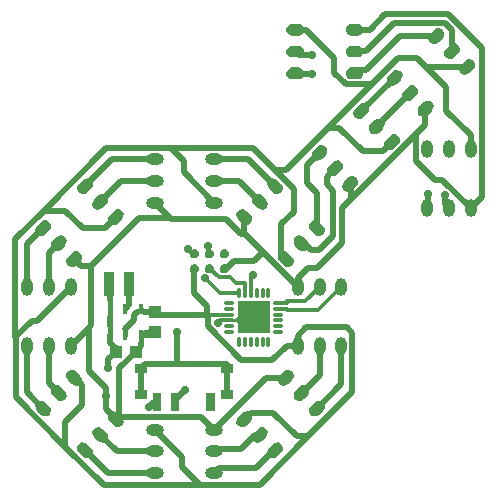
<source format=gtl>
G04 DipTrace 2.4.0.2*
%INmale.gtl*%
%MOMM*%
%ADD13C,0.508*%
%ADD14C,0.4*%
%ADD15C,0.305*%
%ADD16C,0.254*%
%ADD17C,0.28*%
%ADD20R,1.1X1.0*%
%ADD21R,1.0X1.1*%
%ADD22R,0.85X2.0*%
%ADD27O,1.0X0.28*%
%ADD28O,0.28X1.0*%
%ADD29C,0.711*%
%ADD30R,2.7X2.7*%
%ADD32R,0.4X0.9*%
%ADD35O,1.0X1.5*%
%ADD37O,1.5X1.0*%
%ADD38C,0.711*%
%FSLAX53Y53*%
G04*
G71*
G90*
G75*
G01*
%LNTop*%
%LPD*%
X20810Y23492D2*
D13*
Y23756D1*
X20331Y24235D1*
Y24919D1*
D14*
X20340Y24927D1*
Y25631D1*
D13*
Y26423D1*
D14*
Y27127D1*
Y27831D1*
D13*
Y29131D1*
X20285Y29186D1*
X20137Y22105D2*
Y22820D1*
X20810Y23492D1*
X24347Y19217D2*
X24040D1*
X23629Y18806D1*
X36238Y23993D2*
Y24839D1*
X36938Y25540D1*
X40366D1*
X40845Y25061D1*
Y20025D1*
X37141Y16321D1*
X36142D1*
X34146Y18318D1*
X32285D1*
X31714Y17747D1*
X37141Y16321D2*
X33004Y12184D1*
X27933D1*
X26425Y13692D1*
Y14588D1*
X24129Y16884D1*
X27933Y12184D2*
X19794D1*
X16571Y15407D1*
Y17562D1*
X17950Y18940D1*
Y20633D1*
X17300Y21283D1*
X16571Y15407D2*
X12367Y19611D1*
Y24771D1*
X13704Y26108D1*
X14134D1*
X17019Y28993D1*
X12367Y24771D2*
X12284Y24687D1*
Y32992D1*
X14718Y35426D1*
X16571D1*
X18060Y33937D1*
X19900D1*
X20835Y34873D1*
X14718Y35426D2*
X20020Y40728D1*
X25498D1*
X26568Y39658D1*
Y38663D1*
X29129Y36102D1*
X25498Y40728D2*
X32444D1*
X34346Y38825D1*
X35886Y37286D1*
Y35345D1*
X34821Y34280D1*
Y31765D1*
X35250Y31337D1*
X36238Y23993D2*
X35288D1*
X34098Y22802D1*
X31452D1*
X28627Y25627D1*
Y26623D1*
D15*
X30454D1*
X28627D2*
D13*
X24363D1*
X24121Y26865D1*
X23202D1*
D14*
X22940Y27127D1*
X27484Y30492D2*
D13*
Y28426D1*
X28576Y27334D1*
Y26572D1*
X28627Y26623D1*
X21640Y24927D2*
D14*
Y25403D1*
D13*
X22414Y26178D1*
Y26602D1*
X22618Y26806D1*
D14*
X22940Y27127D1*
X34346Y38825D2*
D13*
X35218D1*
X38830Y42438D1*
X39760D1*
X41766Y40432D1*
X43425D1*
X44230Y41237D1*
X38830Y42438D2*
X42518Y46126D1*
X40287D1*
X39317Y47095D1*
Y48369D1*
X36943Y50743D1*
X36018D1*
X42518Y46126D2*
X44751Y48359D1*
X46317D1*
X47100Y47576D1*
X50569D1*
X50594Y47601D1*
X50878Y40641D2*
Y41791D1*
X48812Y43857D1*
Y45863D1*
X47100Y47576D1*
X35250Y21283D2*
X33527D1*
X29129Y16884D1*
X31714Y34872D2*
Y33516D1*
X33297Y31934D1*
X36238Y28993D1*
X31714Y33516D2*
Y33428D1*
X31414D1*
X30136Y34706D1*
X25525D1*
X25460Y34771D1*
X24129Y36102D1*
X25460Y34771D2*
X22799D1*
X18741Y30713D1*
X17924D1*
X17300Y31337D1*
X18741Y30713D2*
Y25715D1*
X18532Y25505D1*
X17019Y23993D1*
X18532Y25505D2*
Y21817D1*
X19966Y20383D1*
Y19741D1*
Y18617D1*
X20835Y17747D1*
Y17942D1*
X28071D1*
X29129Y16884D1*
X22940Y24927D2*
D14*
X23394D1*
D13*
X23884D1*
X24121Y25165D1*
X22940Y24927D2*
D14*
Y24223D1*
D13*
Y23922D1*
X22510Y23492D1*
Y23487D1*
X21080Y22058D1*
Y17992D1*
X20835Y17747D1*
X30024Y30492D2*
X30127D1*
X30826Y31191D1*
X32554D1*
X33297Y31934D1*
X30454Y26123D2*
D15*
X29690D1*
X29494Y25928D1*
X30247Y19867D2*
D13*
Y22067D1*
X22947Y19867D2*
Y22067D1*
X19993Y19741D2*
X19966D1*
X30247Y19867D2*
Y22426D1*
X26038D1*
Y25126D1*
X31604Y25473D2*
X32504Y26373D1*
X30454Y26123D2*
D16*
X32254D1*
X32504Y26373D1*
X23428Y24961D2*
D14*
X23394Y24927D1*
X24121Y25165D2*
D13*
X23632D1*
X23428Y24961D1*
X32504Y26373D2*
Y27273D1*
X30454Y26123D2*
D17*
X31208D1*
D13*
X32254D1*
X32504Y26373D1*
X26038Y22426D2*
X23306D1*
X22947Y22067D1*
X36238Y28993D2*
Y29717D1*
X37069Y30548D1*
X37852D1*
X39949Y32645D1*
Y35605D1*
X40739Y36395D1*
Y37657D1*
X40695Y37701D1*
X40739Y36395D2*
X46244Y41900D1*
X47051Y42707D1*
Y44057D1*
X47059Y44065D1*
X46244Y41900D2*
Y39624D1*
X47834Y38034D1*
X48485D1*
X50878Y35641D1*
X41018Y50743D2*
X42340D1*
X43626Y52029D1*
X48959D1*
X51812Y49175D1*
Y36575D1*
X50878Y35641D1*
X21985Y29186D2*
Y27473D1*
D14*
X21640Y27127D1*
X27484Y31762D2*
D15*
X27317D1*
X26932Y32148D1*
X31254Y28423D2*
X29616D1*
X28359Y29680D1*
X32254Y28423D2*
Y29829D1*
X32411Y29986D1*
X28754Y31762D2*
Y32295D1*
X28645Y32404D1*
X31754Y28423D2*
Y29274D1*
X31003D1*
X30503Y29774D1*
X29537D1*
X28819Y30492D1*
X28754D1*
X34554Y27623D2*
X35308D1*
Y27757D1*
X36851D1*
X38088Y28993D1*
X34554Y27123D2*
X35308D1*
Y27012D1*
X37957D1*
X39938Y28993D1*
X25847Y19217D2*
D13*
Y19399D1*
X26671Y20223D1*
X39938Y23993D2*
Y20738D1*
X37866Y18667D1*
X38088Y23993D2*
Y21504D1*
X36558Y19975D1*
X34331Y15131D2*
X34239D1*
X32706Y13598D1*
X29542D1*
X29129Y13184D1*
X33023Y16439D2*
X32642D1*
X31454Y15251D1*
X29346D1*
X29129Y15034D1*
X24129Y13184D2*
X20166D1*
X18219Y15131D1*
X24129Y15034D2*
X20932D1*
X19527Y16439D1*
X15169Y23993D2*
Y20797D1*
X15992Y19975D1*
X13319Y23993D2*
Y20031D1*
X14683Y18667D1*
X13319Y28993D2*
Y32589D1*
X14683Y33953D1*
X15169Y28993D2*
Y31823D1*
X15992Y32645D1*
X24129Y37952D2*
X21299D1*
X19527Y36181D1*
X24129Y39802D2*
X20532D1*
X18219Y37489D1*
X29129Y39802D2*
X32017D1*
X34331Y37489D1*
X29129Y37952D2*
X31251D1*
X33023Y36181D1*
X37866Y33953D2*
Y36894D1*
X37020Y37741D1*
Y39259D1*
X38078Y40318D1*
X36558Y32645D2*
X36782D1*
X37362Y32065D1*
X38047D1*
X39222Y33239D1*
Y37105D1*
X38684Y37643D1*
Y38306D1*
X39387Y39009D1*
X41614Y43853D2*
X44442Y46682D1*
X42922Y42545D2*
X45751Y45373D1*
X49286Y48909D2*
Y50723D1*
X48665Y51344D1*
X44408D1*
X42011Y48946D1*
X41071D1*
X41018Y48893D1*
X47978Y50217D2*
X44897D1*
X42011Y47331D1*
X41306D1*
X41018Y47043D1*
X47292Y36803D2*
Y35755D1*
X47178Y35641D1*
X37415Y46956D2*
X36106D1*
X36018Y47043D1*
X48670Y36711D2*
Y35999D1*
X49028Y35641D1*
X37461Y48610D2*
X36302D1*
X36018Y48893D1*
D38*
X26038Y25126D3*
X26932Y32148D3*
X28645Y32404D3*
X32411Y29986D3*
X28359Y29680D3*
X29494Y25928D3*
X20137Y22105D3*
X19993Y19741D3*
X23428Y24961D3*
X23629Y18806D3*
X26671Y20223D3*
X37461Y48610D3*
X37415Y46956D3*
X47292Y36803D3*
X48670Y36711D3*
D20*
X20810Y23492D3*
X22510D3*
D21*
X24121Y26865D3*
Y25165D3*
G36*
X27877Y31762D2*
X27871Y31831D1*
X27854Y31897D1*
X27825Y31959D1*
X27785Y32015D1*
X27737Y32064D1*
X27680Y32103D1*
X27618Y32132D1*
X27552Y32150D1*
X27484Y32156D1*
D1*
X27415Y32150D1*
X27349Y32132D1*
X27287Y32103D1*
X27231Y32064D1*
X27182Y32015D1*
X27143Y31959D1*
X27114Y31897D1*
X27096Y31831D1*
X27090Y31762D1*
D1*
X27096Y31694D1*
X27114Y31628D1*
X27143Y31565D1*
X27182Y31509D1*
X27231Y31461D1*
X27287Y31421D1*
X27349Y31392D1*
X27415Y31375D1*
X27484Y31369D1*
D1*
X27552Y31375D1*
X27618Y31392D1*
X27680Y31421D1*
X27737Y31461D1*
X27785Y31509D1*
X27825Y31565D1*
X27854Y31628D1*
X27871Y31694D1*
X27877Y31762D1*
G37*
G36*
X29147D2*
X29141Y31831D1*
X29124Y31897D1*
X29095Y31959D1*
X29055Y32015D1*
X29007Y32064D1*
X28950Y32103D1*
X28888Y32132D1*
X28822Y32150D1*
X28754Y32156D1*
D1*
X28685Y32150D1*
X28619Y32132D1*
X28557Y32103D1*
X28501Y32064D1*
X28452Y32015D1*
X28413Y31959D1*
X28384Y31897D1*
X28366Y31831D1*
X28360Y31762D1*
D1*
X28366Y31694D1*
X28384Y31628D1*
X28413Y31565D1*
X28452Y31509D1*
X28501Y31461D1*
X28557Y31421D1*
X28619Y31392D1*
X28685Y31375D1*
X28754Y31369D1*
D1*
X28822Y31375D1*
X28888Y31392D1*
X28950Y31421D1*
X29007Y31461D1*
X29055Y31509D1*
X29095Y31565D1*
X29124Y31628D1*
X29141Y31694D1*
X29147Y31762D1*
G37*
G36*
X30417D2*
X30411Y31831D1*
X30394Y31897D1*
X30365Y31959D1*
X30325Y32015D1*
X30277Y32064D1*
X30220Y32103D1*
X30158Y32132D1*
X30092Y32150D1*
X30024Y32156D1*
D1*
X29955Y32150D1*
X29889Y32132D1*
X29827Y32103D1*
X29771Y32064D1*
X29722Y32015D1*
X29683Y31959D1*
X29654Y31897D1*
X29636Y31831D1*
X29630Y31762D1*
D1*
X29636Y31694D1*
X29654Y31628D1*
X29683Y31565D1*
X29722Y31509D1*
X29771Y31461D1*
X29827Y31421D1*
X29889Y31392D1*
X29955Y31375D1*
X30024Y31369D1*
D1*
X30092Y31375D1*
X30158Y31392D1*
X30220Y31421D1*
X30277Y31461D1*
X30325Y31509D1*
X30365Y31565D1*
X30394Y31628D1*
X30411Y31694D1*
X30417Y31762D1*
G37*
G36*
Y30492D2*
X30411Y30561D1*
X30394Y30627D1*
X30365Y30689D1*
X30325Y30745D1*
X30277Y30794D1*
X30220Y30833D1*
X30158Y30862D1*
X30092Y30880D1*
X30024Y30886D1*
D1*
X29955Y30880D1*
X29889Y30862D1*
X29827Y30833D1*
X29771Y30794D1*
X29722Y30745D1*
X29683Y30689D1*
X29654Y30627D1*
X29636Y30561D1*
X29630Y30492D1*
D1*
X29636Y30424D1*
X29654Y30358D1*
X29683Y30295D1*
X29722Y30239D1*
X29771Y30191D1*
X29827Y30151D1*
X29889Y30122D1*
X29955Y30105D1*
X30024Y30099D1*
D1*
X30092Y30105D1*
X30158Y30122D1*
X30220Y30151D1*
X30277Y30191D1*
X30325Y30239D1*
X30365Y30295D1*
X30394Y30358D1*
X30411Y30424D1*
X30417Y30492D1*
G37*
G36*
X29147D2*
X29141Y30561D1*
X29124Y30627D1*
X29095Y30689D1*
X29055Y30745D1*
X29007Y30794D1*
X28950Y30833D1*
X28888Y30862D1*
X28822Y30880D1*
X28754Y30886D1*
D1*
X28685Y30880D1*
X28619Y30862D1*
X28557Y30833D1*
X28501Y30794D1*
X28452Y30745D1*
X28413Y30689D1*
X28384Y30627D1*
X28366Y30561D1*
X28360Y30492D1*
D1*
X28366Y30424D1*
X28384Y30358D1*
X28413Y30295D1*
X28452Y30239D1*
X28501Y30191D1*
X28557Y30151D1*
X28619Y30122D1*
X28685Y30105D1*
X28754Y30099D1*
D1*
X28822Y30105D1*
X28888Y30122D1*
X28950Y30151D1*
X29007Y30191D1*
X29055Y30239D1*
X29095Y30295D1*
X29124Y30358D1*
X29141Y30424D1*
X29147Y30492D1*
G37*
G36*
X27877D2*
X27871Y30561D1*
X27854Y30627D1*
X27825Y30689D1*
X27785Y30745D1*
X27737Y30794D1*
X27680Y30833D1*
X27618Y30862D1*
X27552Y30880D1*
X27484Y30886D1*
D1*
X27415Y30880D1*
X27349Y30862D1*
X27287Y30833D1*
X27231Y30794D1*
X27182Y30745D1*
X27143Y30689D1*
X27114Y30627D1*
X27096Y30561D1*
X27090Y30492D1*
D1*
X27096Y30424D1*
X27114Y30358D1*
X27143Y30295D1*
X27182Y30239D1*
X27231Y30191D1*
X27287Y30151D1*
X27349Y30122D1*
X27415Y30105D1*
X27484Y30099D1*
D1*
X27552Y30105D1*
X27618Y30122D1*
X27680Y30151D1*
X27737Y30191D1*
X27785Y30239D1*
X27825Y30295D1*
X27854Y30358D1*
X27871Y30424D1*
X27877Y30492D1*
G37*
D22*
X20285Y29186D3*
X21985D3*
D27*
X30454Y27623D3*
Y27123D3*
Y26623D3*
Y26123D3*
Y25623D3*
Y25123D3*
D28*
X31254Y24323D3*
X31754D3*
X32254D3*
X32754D3*
X33254D3*
X33754D3*
D27*
X34554Y25123D3*
Y25623D3*
Y26123D3*
Y26623D3*
Y27123D3*
Y27623D3*
D28*
X33754Y28423D3*
X33254D3*
X32754D3*
X32254D3*
X31754D3*
X31254D3*
D29*
X31604Y27273D3*
X32504D3*
X33404D3*
X31604Y26373D3*
X32504D3*
X33404D3*
X31604Y25473D3*
X32504D3*
X33404D3*
D30*
X32504Y26373D3*
D32*
X20340Y24927D3*
X21640D3*
X22940D3*
Y27127D3*
X21640D3*
X20340D3*
D35*
X39938Y28993D3*
X38088D3*
X36238D3*
Y23993D3*
X38088D3*
X39938D3*
G36*
X37336Y18843D2*
X37218Y18655D1*
X37193Y18434D1*
X37266Y18224D1*
X37423Y18066D1*
X37633Y17993D1*
X37855Y18018D1*
X38043Y18136D1*
X38397Y18490D1*
X38515Y18678D1*
X38540Y18899D1*
X38466Y19109D1*
X38309Y19267D1*
X38099Y19340D1*
X37878Y19315D1*
X37689Y19197D1*
X37336Y18843D1*
G37*
G36*
X36028Y20151D2*
X35909Y19963D1*
X35884Y19742D1*
X35958Y19532D1*
X36115Y19375D1*
X36325Y19301D1*
X36546Y19326D1*
X36735Y19444D1*
X37088Y19798D1*
X37207Y19986D1*
X37232Y20207D1*
X37158Y20417D1*
X37001Y20575D1*
X36791Y20648D1*
X36570Y20623D1*
X36381Y20505D1*
X36028Y20151D1*
G37*
G36*
X34720Y21460D2*
X34601Y21271D1*
X34576Y21050D1*
X34650Y20840D1*
X34807Y20683D1*
X35017Y20609D1*
X35238Y20634D1*
X35427Y20752D1*
X35780Y21106D1*
X35899Y21294D1*
X35924Y21516D1*
X35850Y21726D1*
X35693Y21883D1*
X35483Y21956D1*
X35262Y21932D1*
X35073Y21813D1*
X34720Y21460D1*
G37*
G36*
X31184Y17924D2*
X31066Y17736D1*
X31041Y17514D1*
X31114Y17304D1*
X31272Y17147D1*
X31482Y17074D1*
X31703Y17099D1*
X31891Y17217D1*
X32245Y17570D1*
X32363Y17759D1*
X32388Y17980D1*
X32315Y18190D1*
X32157Y18347D1*
X31947Y18421D1*
X31726Y18396D1*
X31538Y18278D1*
X31184Y17924D1*
G37*
G36*
X32492Y16616D2*
X32374Y16427D1*
X32349Y16206D1*
X32422Y15996D1*
X32580Y15839D1*
X32790Y15765D1*
X33011Y15790D1*
X33199Y15909D1*
X33553Y16262D1*
X33671Y16451D1*
X33696Y16672D1*
X33623Y16882D1*
X33465Y17039D1*
X33255Y17113D1*
X33034Y17088D1*
X32846Y16969D1*
X32492Y16616D1*
G37*
G36*
X33800Y15308D2*
X33682Y15119D1*
X33657Y14898D1*
X33731Y14688D1*
X33888Y14531D1*
X34098Y14457D1*
X34319Y14482D1*
X34507Y14601D1*
X34861Y14954D1*
X34979Y15143D1*
X35004Y15364D1*
X34931Y15574D1*
X34774Y15731D1*
X34563Y15805D1*
X34342Y15780D1*
X34154Y15661D1*
X33800Y15308D1*
G37*
D37*
X29129Y13184D3*
Y15034D3*
Y16884D3*
X24129D3*
Y15034D3*
Y13184D3*
G36*
X18396Y15661D2*
X18207Y15780D1*
X17986Y15805D1*
X17776Y15731D1*
X17619Y15574D1*
X17545Y15364D1*
X17570Y15143D1*
X17689Y14954D1*
X18042Y14601D1*
X18231Y14482D1*
X18452Y14457D1*
X18662Y14531D1*
X18819Y14688D1*
X18893Y14898D1*
X18868Y15119D1*
X18749Y15308D1*
X18396Y15661D1*
G37*
G36*
X19704Y16969D2*
X19515Y17088D1*
X19294Y17113D1*
X19084Y17039D1*
X18927Y16882D1*
X18853Y16672D1*
X18878Y16451D1*
X18997Y16262D1*
X19350Y15909D1*
X19539Y15790D1*
X19760Y15765D1*
X19970Y15839D1*
X20127Y15996D1*
X20201Y16206D1*
X20176Y16427D1*
X20057Y16616D1*
X19704Y16969D1*
G37*
G36*
X21012Y18278D2*
X20824Y18396D1*
X20602Y18421D1*
X20392Y18347D1*
X20235Y18190D1*
X20162Y17980D1*
X20187Y17759D1*
X20305Y17571D1*
X20658Y17217D1*
X20847Y17099D1*
X21068Y17074D1*
X21278Y17147D1*
X21435Y17304D1*
X21509Y17515D1*
X21484Y17736D1*
X21366Y17924D1*
X21012Y18278D1*
G37*
G36*
X17476Y21813D2*
X17288Y21932D1*
X17067Y21956D1*
X16857Y21883D1*
X16700Y21726D1*
X16626Y21516D1*
X16651Y21294D1*
X16769Y21106D1*
X17123Y20752D1*
X17311Y20634D1*
X17532Y20609D1*
X17743Y20683D1*
X17900Y20840D1*
X17973Y21050D1*
X17948Y21271D1*
X17830Y21460D1*
X17476Y21813D1*
G37*
G36*
X16168Y20505D2*
X15980Y20623D1*
X15759Y20648D1*
X15549Y20575D1*
X15391Y20417D1*
X15318Y20207D1*
X15343Y19986D1*
X15461Y19798D1*
X15815Y19444D1*
X16003Y19326D1*
X16224Y19301D1*
X16434Y19375D1*
X16592Y19532D1*
X16665Y19742D1*
X16640Y19963D1*
X16522Y20151D1*
X16168Y20505D1*
G37*
G36*
X14860Y19197D2*
X14672Y19315D1*
X14451Y19340D1*
X14241Y19267D1*
X14083Y19109D1*
X14010Y18899D1*
X14035Y18678D1*
X14153Y18490D1*
X14507Y18136D1*
X14695Y18018D1*
X14916Y17993D1*
X15126Y18066D1*
X15284Y18224D1*
X15357Y18434D1*
X15332Y18655D1*
X15214Y18843D1*
X14860Y19197D1*
G37*
D35*
X13319Y23993D3*
X15169D3*
X17019D3*
Y28993D3*
X15169D3*
X13319D3*
G36*
X15214Y33776D2*
X15332Y33965D1*
X15357Y34186D1*
X15284Y34396D1*
X15126Y34553D1*
X14916Y34627D1*
X14695Y34602D1*
X14507Y34484D1*
X14153Y34130D1*
X14035Y33942D1*
X14010Y33720D1*
X14083Y33510D1*
X14241Y33353D1*
X14451Y33280D1*
X14672Y33305D1*
X14860Y33423D1*
X15214Y33776D1*
G37*
G36*
X16522Y32468D2*
X16640Y32657D1*
X16665Y32878D1*
X16592Y33088D1*
X16434Y33245D1*
X16224Y33319D1*
X16003Y33294D1*
X15815Y33175D1*
X15461Y32822D1*
X15343Y32633D1*
X15318Y32412D1*
X15391Y32202D1*
X15549Y32045D1*
X15759Y31971D1*
X15980Y31996D1*
X16168Y32115D1*
X16522Y32468D1*
G37*
G36*
X17830Y31160D2*
X17948Y31349D1*
X17973Y31570D1*
X17900Y31780D1*
X17743Y31937D1*
X17533Y32011D1*
X17311Y31986D1*
X17123Y31867D1*
X16769Y31514D1*
X16651Y31325D1*
X16626Y31104D1*
X16700Y30894D1*
X16857Y30737D1*
X17067Y30663D1*
X17288Y30688D1*
X17477Y30807D1*
X17830Y31160D1*
G37*
G36*
X21366Y34696D2*
X21484Y34884D1*
X21509Y35105D1*
X21435Y35315D1*
X21278Y35473D1*
X21068Y35546D1*
X20847Y35521D1*
X20659Y35403D1*
X20305Y35049D1*
X20187Y34861D1*
X20162Y34640D1*
X20235Y34430D1*
X20392Y34272D1*
X20603Y34199D1*
X20824Y34224D1*
X21012Y34342D1*
X21366Y34696D1*
G37*
G36*
X20057Y36004D2*
X20176Y36192D1*
X20201Y36413D1*
X20127Y36623D1*
X19970Y36781D1*
X19760Y36854D1*
X19539Y36829D1*
X19350Y36711D1*
X18997Y36357D1*
X18878Y36169D1*
X18853Y35948D1*
X18927Y35738D1*
X19084Y35581D1*
X19294Y35507D1*
X19515Y35532D1*
X19704Y35650D1*
X20057Y36004D1*
G37*
G36*
X18749Y37312D2*
X18868Y37500D1*
X18893Y37722D1*
X18819Y37932D1*
X18662Y38089D1*
X18452Y38162D1*
X18231Y38138D1*
X18042Y38019D1*
X17689Y37666D1*
X17570Y37477D1*
X17545Y37256D1*
X17619Y37046D1*
X17776Y36889D1*
X17986Y36815D1*
X18207Y36840D1*
X18396Y36958D1*
X18749Y37312D1*
G37*
D37*
X24129Y39802D3*
Y37952D3*
Y36102D3*
X29129D3*
Y37952D3*
Y39802D3*
G36*
X34154Y36958D2*
X34342Y36840D1*
X34563Y36815D1*
X34773Y36889D1*
X34931Y37046D1*
X35004Y37256D1*
X34979Y37477D1*
X34861Y37666D1*
X34507Y38019D1*
X34319Y38138D1*
X34098Y38162D1*
X33888Y38089D1*
X33731Y37932D1*
X33657Y37722D1*
X33682Y37500D1*
X33800Y37312D1*
X34154Y36958D1*
G37*
G36*
X32846Y35650D2*
X33034Y35532D1*
X33255Y35507D1*
X33465Y35581D1*
X33623Y35738D1*
X33696Y35948D1*
X33671Y36169D1*
X33553Y36357D1*
X33199Y36711D1*
X33011Y36829D1*
X32790Y36854D1*
X32580Y36781D1*
X32422Y36623D1*
X32349Y36413D1*
X32374Y36192D1*
X32492Y36004D1*
X32846Y35650D1*
G37*
G36*
X31538Y34342D2*
X31726Y34224D1*
X31947Y34199D1*
X32157Y34272D1*
X32315Y34430D1*
X32388Y34640D1*
X32363Y34861D1*
X32245Y35049D1*
X31891Y35403D1*
X31703Y35521D1*
X31482Y35546D1*
X31272Y35473D1*
X31114Y35315D1*
X31041Y35105D1*
X31066Y34884D1*
X31184Y34696D1*
X31538Y34342D1*
G37*
G36*
X35073Y30807D2*
X35262Y30688D1*
X35483Y30663D1*
X35693Y30737D1*
X35850Y30894D1*
X35924Y31104D1*
X35899Y31325D1*
X35780Y31514D1*
X35427Y31867D1*
X35238Y31986D1*
X35017Y32011D1*
X34807Y31937D1*
X34650Y31780D1*
X34576Y31570D1*
X34601Y31349D1*
X34720Y31160D1*
X35073Y30807D1*
G37*
G36*
X36381Y32115D2*
X36570Y31996D1*
X36791Y31971D1*
X37001Y32045D1*
X37158Y32202D1*
X37232Y32412D1*
X37207Y32633D1*
X37088Y32822D1*
X36735Y33175D1*
X36546Y33294D1*
X36325Y33319D1*
X36115Y33245D1*
X35958Y33088D1*
X35884Y32878D1*
X35909Y32657D1*
X36028Y32468D1*
X36381Y32115D1*
G37*
G36*
X37689Y33423D2*
X37878Y33305D1*
X38099Y33280D1*
X38309Y33353D1*
X38466Y33510D1*
X38540Y33720D1*
X38515Y33942D1*
X38397Y34130D1*
X38043Y34484D1*
X37855Y34602D1*
X37633Y34627D1*
X37423Y34553D1*
X37266Y34396D1*
X37193Y34186D1*
X37217Y33965D1*
X37336Y33776D1*
X37689Y33423D1*
G37*
G36*
X38609Y40141D2*
X38727Y40329D1*
X38752Y40550D1*
X38679Y40760D1*
X38521Y40918D1*
X38311Y40991D1*
X38090Y40966D1*
X37902Y40848D1*
X37548Y40494D1*
X37430Y40306D1*
X37405Y40085D1*
X37478Y39875D1*
X37636Y39717D1*
X37846Y39644D1*
X38067Y39669D1*
X38255Y39787D1*
X38609Y40141D1*
G37*
G36*
X39917Y38833D2*
X40035Y39021D1*
X40060Y39242D1*
X39987Y39452D1*
X39829Y39610D1*
X39619Y39683D1*
X39398Y39658D1*
X39210Y39540D1*
X38856Y39186D1*
X38738Y38998D1*
X38713Y38777D1*
X38786Y38567D1*
X38944Y38409D1*
X39154Y38336D1*
X39375Y38361D1*
X39563Y38479D1*
X39917Y38833D1*
G37*
G36*
X41225Y37524D2*
X41343Y37713D1*
X41368Y37934D1*
X41295Y38144D1*
X41137Y38301D1*
X40927Y38375D1*
X40706Y38350D1*
X40518Y38232D1*
X40164Y37878D1*
X40046Y37690D1*
X40021Y37468D1*
X40095Y37258D1*
X40252Y37101D1*
X40462Y37028D1*
X40683Y37053D1*
X40871Y37171D1*
X41225Y37524D1*
G37*
G36*
X44761Y41060D2*
X44879Y41248D1*
X44904Y41470D1*
X44830Y41680D1*
X44673Y41837D1*
X44463Y41910D1*
X44242Y41886D1*
X44053Y41767D1*
X43700Y41414D1*
X43581Y41225D1*
X43557Y41004D1*
X43630Y40794D1*
X43787Y40637D1*
X43997Y40563D1*
X44219Y40588D1*
X44407Y40706D1*
X44761Y41060D1*
G37*
G36*
X43452Y42368D2*
X43571Y42557D1*
X43596Y42778D1*
X43522Y42988D1*
X43365Y43145D1*
X43155Y43219D1*
X42934Y43194D1*
X42745Y43075D1*
X42392Y42722D1*
X42273Y42533D1*
X42248Y42312D1*
X42322Y42102D1*
X42479Y41945D1*
X42689Y41871D1*
X42910Y41896D1*
X43099Y42015D1*
X43452Y42368D1*
G37*
G36*
X42144Y43676D2*
X42263Y43865D1*
X42288Y44086D1*
X42214Y44296D1*
X42057Y44453D1*
X41847Y44527D1*
X41626Y44502D1*
X41437Y44383D1*
X41084Y44030D1*
X40965Y43841D1*
X40940Y43620D1*
X41014Y43410D1*
X41171Y43253D1*
X41381Y43179D1*
X41602Y43204D1*
X41791Y43323D1*
X42144Y43676D1*
G37*
G36*
X43912Y46858D2*
X43794Y46670D1*
X43769Y46449D1*
X43842Y46239D1*
X44000Y46081D1*
X44210Y46008D1*
X44431Y46033D1*
X44619Y46151D1*
X44973Y46505D1*
X45091Y46693D1*
X45116Y46914D1*
X45043Y47124D1*
X44885Y47282D1*
X44675Y47355D1*
X44454Y47330D1*
X44266Y47212D1*
X43912Y46858D1*
G37*
G36*
X45220Y45550D2*
X45102Y45362D1*
X45077Y45141D1*
X45150Y44931D1*
X45308Y44773D1*
X45518Y44700D1*
X45739Y44725D1*
X45927Y44843D1*
X46281Y45197D1*
X46399Y45385D1*
X46424Y45606D1*
X46351Y45816D1*
X46193Y45974D1*
X45983Y46047D1*
X45762Y46022D1*
X45574Y45904D1*
X45220Y45550D1*
G37*
G36*
X46528Y44242D2*
X46410Y44054D1*
X46385Y43832D1*
X46459Y43622D1*
X46616Y43465D1*
X46826Y43392D1*
X47047Y43417D1*
X47235Y43535D1*
X47589Y43888D1*
X47707Y44077D1*
X47732Y44298D1*
X47659Y44508D1*
X47501Y44665D1*
X47291Y44739D1*
X47070Y44714D1*
X46882Y44596D1*
X46528Y44242D1*
G37*
G36*
X50064Y47778D2*
X49945Y47589D1*
X49921Y47368D1*
X49994Y47158D1*
X50151Y47001D1*
X50361Y46927D1*
X50583Y46952D1*
X50771Y47070D1*
X51125Y47424D1*
X51243Y47612D1*
X51268Y47834D1*
X51194Y48044D1*
X51037Y48201D1*
X50827Y48274D1*
X50606Y48250D1*
X50417Y48131D1*
X50064Y47778D1*
G37*
G36*
X48756Y49086D2*
X48637Y48897D1*
X48612Y48676D1*
X48686Y48466D1*
X48843Y48309D1*
X49053Y48235D1*
X49274Y48260D1*
X49463Y48379D1*
X49816Y48732D1*
X49935Y48921D1*
X49960Y49142D1*
X49886Y49352D1*
X49729Y49509D1*
X49519Y49583D1*
X49298Y49558D1*
X49109Y49439D1*
X48756Y49086D1*
G37*
G36*
X47448Y50394D2*
X47329Y50205D1*
X47304Y49984D1*
X47378Y49774D1*
X47535Y49617D1*
X47745Y49543D1*
X47966Y49568D1*
X48155Y49687D1*
X48508Y50040D1*
X48627Y50229D1*
X48652Y50450D1*
X48578Y50660D1*
X48421Y50817D1*
X48211Y50891D1*
X47990Y50866D1*
X47801Y50747D1*
X47448Y50394D1*
G37*
G36*
X41268Y46543D2*
X41485Y46593D1*
X41659Y46731D1*
X41756Y46932D1*
Y47154D1*
X41659Y47355D1*
X41485Y47494D1*
X41268Y47543D1*
X40768D1*
X40551Y47494D1*
X40377Y47355D1*
X40281Y47154D1*
Y46932D1*
X40377Y46731D1*
X40551Y46593D1*
X40768Y46543D1*
X41268D1*
G37*
G36*
Y48393D2*
X41485Y48443D1*
X41659Y48581D1*
X41756Y48782D1*
Y49004D1*
X41659Y49205D1*
X41485Y49344D1*
X41268Y49393D1*
X40768D1*
X40551Y49344D1*
X40377Y49205D1*
X40281Y49004D1*
Y48782D1*
X40377Y48581D1*
X40551Y48443D1*
X40768Y48393D1*
X41268D1*
G37*
G36*
Y50243D2*
X41485Y50293D1*
X41659Y50431D1*
X41756Y50632D1*
Y50854D1*
X41659Y51055D1*
X41485Y51194D1*
X41268Y51243D1*
X40768D1*
X40551Y51194D1*
X40377Y51055D1*
X40281Y50854D1*
Y50632D1*
X40377Y50431D1*
X40551Y50293D1*
X40768Y50243D1*
X41268D1*
G37*
G36*
X36268D2*
X36485Y50293D1*
X36659Y50431D1*
X36756Y50632D1*
Y50854D1*
X36659Y51055D1*
X36485Y51194D1*
X36268Y51243D1*
X35768D1*
X35551Y51194D1*
X35377Y51055D1*
X35281Y50854D1*
Y50632D1*
X35377Y50431D1*
X35551Y50293D1*
X35768Y50243D1*
X36268D1*
G37*
G36*
Y48393D2*
X36485Y48443D1*
X36659Y48581D1*
X36756Y48782D1*
Y49004D1*
X36659Y49205D1*
X36485Y49344D1*
X36268Y49393D1*
X35768D1*
X35551Y49344D1*
X35377Y49205D1*
X35281Y49004D1*
Y48782D1*
X35377Y48581D1*
X35551Y48443D1*
X35768Y48393D1*
X36268D1*
G37*
G36*
Y46543D2*
X36485Y46593D1*
X36659Y46731D1*
X36756Y46932D1*
Y47154D1*
X36659Y47355D1*
X36485Y47494D1*
X36268Y47543D1*
X35768D1*
X35551Y47494D1*
X35377Y47355D1*
X35281Y47154D1*
Y46932D1*
X35377Y46731D1*
X35551Y46593D1*
X35768Y46543D1*
X36268D1*
G37*
D35*
X47178Y35641D3*
X49028D3*
X50878D3*
Y40641D3*
X49028D3*
X47178D3*
G36*
X30747Y20267D2*
Y19467D1*
X29747D1*
Y20267D1*
X30747D1*
G37*
G36*
Y22467D2*
Y21667D1*
X29747D1*
Y22467D1*
X30747D1*
G37*
G36*
X23447D2*
Y21667D1*
X22447D1*
Y22467D1*
X23447D1*
G37*
G36*
Y20267D2*
Y19467D1*
X22447D1*
Y20267D1*
X23447D1*
G37*
G36*
X24697Y19967D2*
Y18467D1*
X23997D1*
Y19967D1*
X24697D1*
G37*
G36*
X26197D2*
Y18467D1*
X25497D1*
Y19967D1*
X26197D1*
G37*
G36*
X29197D2*
Y18467D1*
X28497D1*
Y19967D1*
X29197D1*
G37*
M02*

</source>
